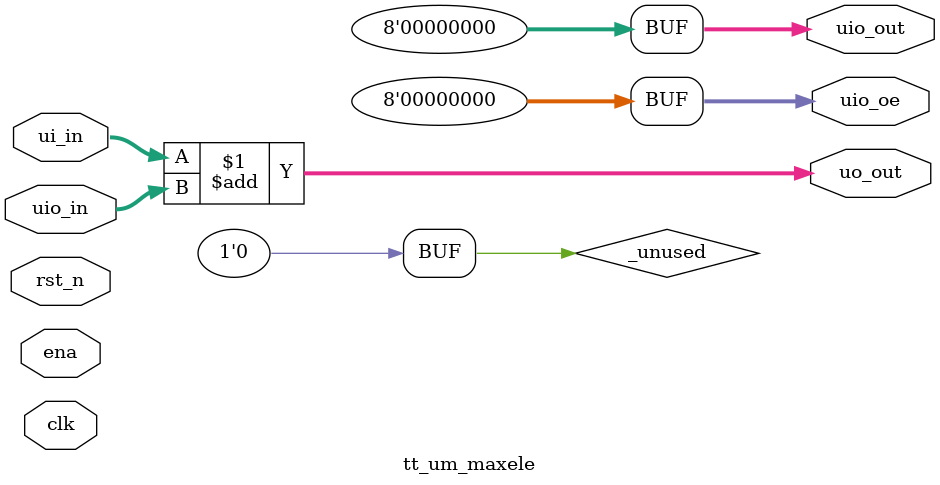
<source format=sv>
/*
 * Copyright (c) 2024 Your Name
 * SPDX-License-Identifier: Apache-2.0
 */

`default_nettype none

module tt_um_maxele (
    input  wire [7:0] ui_in,    // Dedicated inputs
    output wire [7:0] uo_out,   // Dedicated outputs
    input  wire [7:0] uio_in,   // IOs: Input path
    output wire [7:0] uio_out,  // IOs: Output path
    output wire [7:0] uio_oe,   // IOs: Enable path (active high: 0=input, 1=output)
    input  wire       ena,      // always 1 when the design is powered, so you can ignore it
    input  wire       clk,      // clock
    input  wire       rst_n     // reset_n - low to reset
);

  // All output pins must be assigned. If not used, assign to 0.
  assign uo_out  = ui_in + uio_in;  // Example: ou_out is the sum of ui_in and uio_in
  assign uio_out = 0;
  assign uio_oe  = 0;

  // List all unused inputs to prevent warnings
  wire _unused = &{ena, clk, rst_n, 1'b0};

endmodule

</source>
